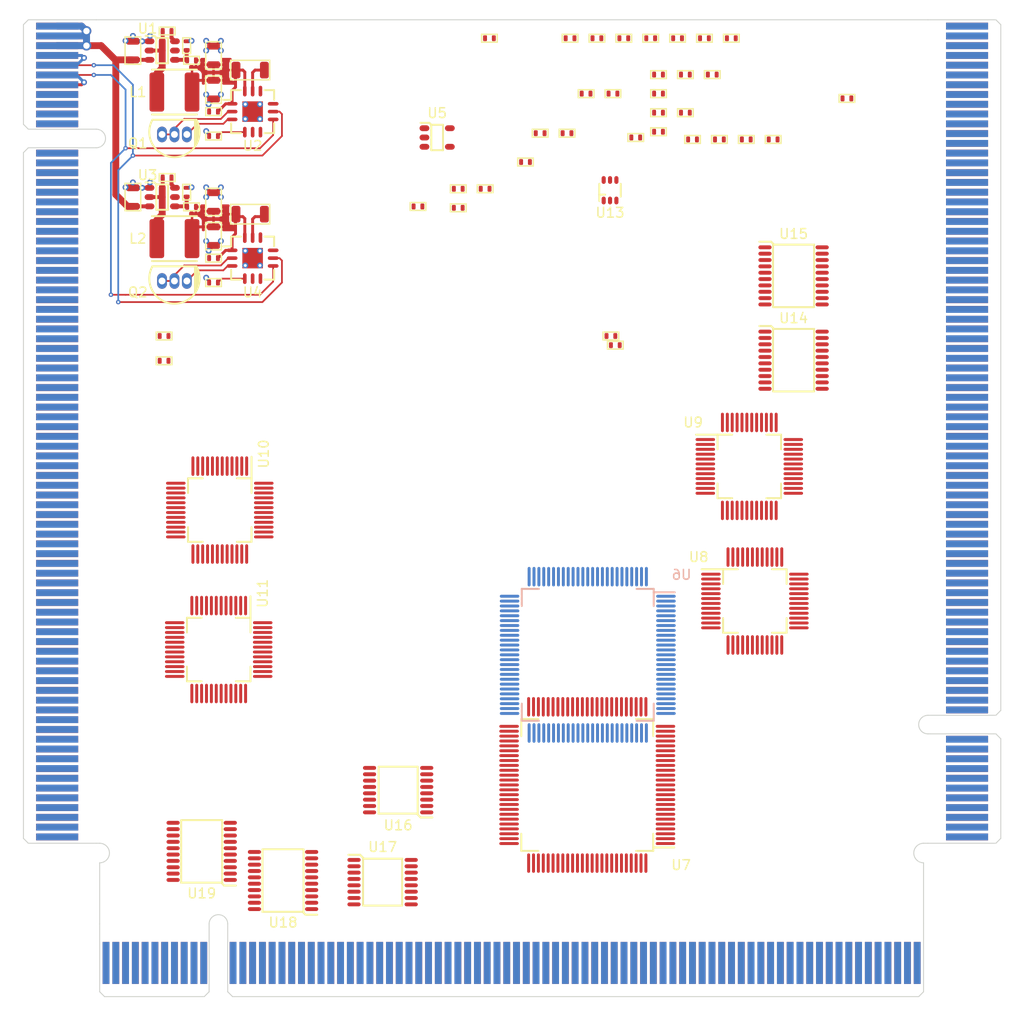
<source format=kicad_pcb>
(kicad_pcb (version 20211014) (generator pcbnew)
  (layers (0 "F.Cu" signal) (1 "In1.Cu" signal) (2 "In2.Cu" signal) (31 "B.Cu" signal) (34 "B.Paste" user) (35 "F.Paste" user) (36 "B.SilkS" user "B.Silkscreen") (37 "F.SilkS" user "F.Silkscreen") (38 "B.Mask" user) (39 "F.Mask" user) (44 "Edge.Cuts" user))
  (net 0 "")
  (net 1 "+12V")
  (net 2 "Net-(C2-Pad1)")
  (net 3 "/SW3v3")
  (net 4 "GND")
  (net 5 "/3v3")
  (net 6 "Net-(C7-Pad1)")
  (net 7 "/SW5v0")
  (net 32 "/5v0")
  (net 33 "/~{RESET}od")
  (net 34 "/SCL")
  (net 35 "/SDA")
  (net 36 "Net-(Q1-Pad1)")
  (net 96 "/S_ASN4_{0}")
  (net 97 "/S_ASN4_{1}")
  (net 98 "/S_ASN4_{2}")
  (net 310 "Net-(Q1-Pad2)")
  (net 311 "Net-(Q2-Pad1)")
  (net 312 "Net-(Q2-Pad2)")
  (net 313 "Net-(R1-Pad2)")
  (net 314 "Net-(R3-Pad1)")
  (net 315 "VCC")
  (net 316 "Net-(R5-Pad2)")
  (net 317 "Net-(R7-Pad1)")
  (net 318 "+5V")
  (net 329 "Net-(C12-Pad1)")
  (net 330 "+1V8")
  (net 331 "Net-(R9-Pad1)")
  (net 332 "Net-(R10-Pad1)")
  (net 333 "Net-(R11-Pad1)")
  (net 334 "Net-(R12-Pad1)")
  (net 338 "/S_SR2_{8}")
  (net 339 "/S_SR2_{9}")
  (net 340 "/S_SR2_{10}")
  (net 341 "/S_SR2_{11}")
  (net 342 "/S_SR2_{12}")
  (net 343 "/S_SR2_{13}")
  (net 344 "/S_SR2_{14}")
  (net 345 "/S_SR2_{15}")
  (net 346 "/T_SR2_{0}")
  (net 347 "/T_SR2_{1}")
  (net 348 "/T_SR2_{2}")
  (net 349 "/T_SR2_{3}")
  (net 350 "/T_SR2_{4}")
  (net 351 "/T_SR2_{5}")
  (net 352 "/T_SR2_{6}")
  (net 353 "/T_SR2_{8}")
  (net 354 "/T_SR2_{9}")
  (net 357 "/T_SR2_{7}")
  (net 358 "/T_SR2_{10}")
  (net 359 "/T_SR2_{11}")
  (net 360 "/T_SR2_{12}")
  (net 361 "/T_SR2_{13}")
  (net 362 "/T_SR2_{14}")
  (net 363 "/T_SR2_{15}")
  (net 364 "/T_~{SR2_WE}")
  (net 365 "/SLEEPING")
  (net 367 "/T_RSN_{5}")
  (net 368 "/T_RSN_{4}")
  (net 369 "/T_RSN_{3}")
  (net 370 "/T_RSN_{2}")
  (net 375 "/T_RSN_{1}")
  (net 376 "/T_RSN_{0}")
  (net 377 "/T_SR2_WI_{2}")
  (net 378 "/T_SR2_WI_{1}")
  (net 379 "/T_SR2_WI_{0}")
  (net 384 "/S_SR2_RI_{0}")
  (net 385 "/S_SR2_RI_{1}")
  (net 386 "/S_SR2_RI_{2}")
  (net 387 "/S_RSN_{0}")
  (net 388 "/S_RSN_{1}")
  (net 389 "/S_RSN_{2}")
  (net 394 "/S_RSN_{3}")
  (net 395 "/S_RSN_{4}")
  (net 396 "/S_RSN_{5}")
  (net 398 "/S_SR2_{0}")
  (net 399 "/S_SR2_{1}")
  (net 400 "/S_SR2_{2}")
  (net 401 "/S_SR2_{3}")
  (net 402 "/S_SR2_{4}")
  (net 403 "/S_SR2_{5}")
  (net 404 "/S_SR2_{6}")
  (net 405 "/S_SR2_{7}")
  (net 408 "/S_BASE_{8}")
  (net 409 "/S_BASE_{9}")
  (net 410 "/S_BASE_{10}")
  (net 411 "/S_BASE_{11}")
  (net 412 "/S_BASE_{12}")
  (net 413 "/S_BASE_{13}")
  (net 414 "/S_BASE_{14}")
  (net 415 "/S_BASE_{15}")
  (net 427 "/S_BASE_RI_{0}")
  (net 428 "/S_BASE_RI_{1}")
  (net 429 "/S_BASE_RI_{2}")
  (net 435 "/S_BASE_RI_{3}")
  (net 436 "/S_BASE_{0}")
  (net 437 "/S_BASE_{1}")
  (net 438 "/S_BASE_{2}")
  (net 439 "/S_BASE_{3}")
  (net 440 "/S_BASE_{4}")
  (net 441 "/S_BASE_{5}")
  (net 442 "/S_BASE_{6}")
  (net 443 "/S_BASE_{7}")
  (net 445 "/S_ASN4_{3}")
  (net 446 "/T_~{SR2_WE_NOCLK}")
  (net 447 "/S_JL_SRC_{0}")
  (net 448 "/TCK")
  (net 449 "/S_JL_SRC_{1}")
  (net 450 "/S_K_SRC_{0}")
  (net 451 "/S_K_SRC_{1}")
  (net 452 "/S_K_SRC_{2}")
  (net 455 "/S_J_{0}")
  (net 456 "/S_J_{1}")
  (net 457 "/S_J_{2}")
  (net 458 "/S_J_{3}")
  (net 459 "/S_J_{4}")
  (net 460 "/TMS")
  (net 461 "/S_J_{5}")
  (net 462 "/S_J_{6}")
  (net 463 "/S_J_{7}")
  (net 464 "/S_K_{0}")
  (net 465 "/S_K_{1}")
  (net 466 "/S_K_{2}")
  (net 467 "/S_K_{3}")
  (net 469 "/S_K_{4}")
  (net 470 "/S_K_{5}")
  (net 471 "/S_K_{6}")
  (net 472 "/S_K_{7}")
  (net 473 "/S_~{JL_SX}")
  (net 474 "/S_JH_SRC_{0}")
  (net 475 "/S_JH_SRC_{1}")
  (net 477 "/S_JH_SRC_{2}")
  (net 479 "Net-(U13-Pad4)")
  (net 480 "Net-(U13-Pad6)")
  (net 481 "/S_J_{8}")
  (net 482 "/S_J_{9}")
  (net 483 "/S_J_{10}")
  (net 484 "/S_J_{11}")
  (net 485 "/S_J_{12}")
  (net 486 "/S_J_{13}")
  (net 487 "/S_J_{14}")
  (net 488 "/S_J_{15}")
  (net 489 "/S_K_{8}")
  (net 490 "/S_K_{9}")
  (net 491 "/S_K_{10}")
  (net 492 "/S_K_{11}")
  (net 494 "/S_K_{12}")
  (net 495 "/S_K_{13}")
  (net 496 "/S_K_{14}")
  (net 497 "/S_K_{15}")
  (net 500 "/T_SR2_WSRC_{0}")
  (net 501 "/T_L_{0}")
  (net 502 "/T_L_{1}")
  (net 503 "/T_L_{2}")
  (net 504 "/T_L_{3}")
  (net 505 "/T_L_{4}")
  (net 506 "/T_L_{5}")
  (net 507 "/T_L_{6}")
  (net 508 "/T_L_{7}")
  (net 509 "/T_PN_{0}")
  (net 510 "/T_PN_{1}")
  (net 511 "/T_PN_{2}")
  (net 512 "/T_PN_{3}")
  (net 514 "/T_PN_{4}")
  (net 515 "/T_PN_{5}")
  (net 516 "/T_PN_{6}")
  (net 517 "/T_PN_{7}")
  (net 518 "/T_SR2_WSRC_{1}")
  (net 521 "/T_L_{8}")
  (net 522 "/T_L_{9}")
  (net 523 "/T_L_{10}")
  (net 524 "/T_L_{11}")
  (net 525 "/T_L_{12}")
  (net 526 "/T_L_{13}")
  (net 527 "/T_L_{14}")
  (net 528 "/T_L_{15}")
  (net 529 "/T_PN_{8}")
  (net 530 "/T_PN_{9}")
  (net 531 "/T_PN_{10}")
  (net 532 "/T_PN_{11}")
  (net 534 "/T_PN_{12}")
  (net 535 "/T_PN_{13}")
  (net 536 "/T_PN_{14}")
  (net 537 "/T_PN_{15}")
  (net 538 "/~{RESET}")
  (net 539 "/T_~{INHIBIT_W}")
  (net 540 "/WCLK")
  (net 541 "/RCLK")
  (net 542 "/S_J_{23}")
  (net 543 "/S_J_{22}")
  (net 544 "/S_J_{21}")
  (net 545 "/S_J_{20}")
  (net 546 "/S_J_{19}")
  (net 547 "/S_J_{18}")
  (net 548 "/S_J_{17}")
  (net 549 "/S_J_{16}")
  (net 550 "/S_J_{31}")
  (net 551 "/S_J_{30}")
  (net 552 "/S_J_{29}")
  (net 553 "/S_J_{28}")
  (net 554 "/S_J_{27}")
  (net 555 "/S_J_{26}")
  (net 556 "/S_J_{25}")
  (net 557 "/S_J_{24}")
  (net 593 "Net-(U16-Pad13)")
  (net 596 "/T_ASN4_{0}")
  (net 597 "/N_ASN4_{0}")
  (net 598 "/T_ASN4_{1}")
  (net 599 "/N_ASN4_{1}")
  (net 600 "/N_ASN4_{2}")
  (net 601 "/T_ASN4_{2}")
  (net 602 "/N_ASN4_{3}")
  (net 603 "/T_ASN4_{3}")
  (net 604 "/C_ASN4_{3}")
  (net 605 "/C_ASN4_{2}")
  (net 606 "/C_ASN4_{1}")
  (net 607 "/C_ASN4_{0}")
  (footprint "footprints:C_0402" (layer "F.Cu") (at 84.76 25.6)
    (fp_text reference "C36")
    (fp_text value "100n")
  )
  (footprint "footprints:U_QFP-100_14x14_P0.5" (layer "F.Cu") (at 71.24 91.68 180)
    (fp_text reference "U7")
    (fp_text value "CY7C0241-15AC")
  )
  (footprint "footprints:C_0402" (layer "F.Cu") (at 85.98 15.24)
    (fp_text reference "C26")
    (fp_text value "100n")
  )
  (footprint "footprints:U_TSSOP-20_4.4x6.5_P0.65" (layer "F.Cu") (at 31.79 98.48 90)
    (fp_text reference "U19")
    (fp_text value "74x574")
  )
  (footprint "footprints:U_QFN-12_4x4_P0.8_EP2.1x2.1" (layer "F.Cu") (at 37 37.75)
    (fp_text reference "U4")
    (fp_text value "EMC1702")
  )
  (footprint "footprints:C_0402" (layer "F.Cu") (at 74.98 15.24)
    (fp_text reference "C29")
    (fp_text value "100n")
  )
  (footprint "footprints:C_0402" (layer "F.Cu") (at 76.2 25.4)
    (fp_text reference "C18")
    (fp_text value "100n")
  )
  (footprint "footprints:R_0402" (layer "F.Cu") (at 74.11 46.66)
    (fp_text reference "R9")
    (fp_text value "1k")
  )
  (footprint "footprints:C_0402" (layer "F.Cu") (at 90.26 25.6)
    (fp_text reference "C34")
    (fp_text value "100n")
  )
  (footprint "footprints:U_QFP-48_7x7_P0.5" (layer "F.Cu") (at 33.64 63.54 -90)
    (fp_text reference "U10")
    (fp_text value "LC4032x-T48")
  )
  (footprint "footprints:U_TSSOP-20_4.4x6.5_P0.65" (layer "F.Cu") (at 92.35 48.19875 -90)
    (fp_text reference "U14")
    (fp_text value "74x541")
  )
  (footprint "footprints:R_1206" (layer "F.Cu") (at 36.75 33.25 180)
    (fp_text reference "R8")
    (fp_text value "15m")
  )
  (footprint "footprints:C_0805" (layer "F.Cu") (at 33 35.5 -90)
    (fp_text reference "C9")
    (fp_text value "22u")
  )
  (footprint "footprints:R_0402" (layer "F.Cu") (at 27.94 48.26)
    (fp_text reference "R11")
    (fp_text value "1k")
  )
  (footprint "footprints:C_0402" (layer "F.Cu") (at 73.87 20.91)
    (fp_text reference "C22")
    (fp_text value "100n")
  )
  (footprint "footprints:C_0402" (layer "F.Cu") (at 83.23 15.24)
    (fp_text reference "C12")
    (fp_text value "1u")
  )
  (footprint "footprints:C_0402" (layer "F.Cu") (at 61.23 15.24)
    (fp_text reference "C14")
    (fp_text value "100n")
  )
  (footprint "footprints:L_taiyo_yuden_nrs5040" (layer "F.Cu") (at 29 35.75 180)
    (fp_text reference "L2")
    (fp_text value "3.3u")
  )
  (footprint "footprints:R_0402" (layer "F.Cu") (at 33 25.25 180)
    (fp_text reference "R3")
    (fp_text value "LIST")
  )
  (footprint "footprints:U_TO92-3" (layer "F.Cu") (at 29 40.088223 180)
    (fp_text reference "Q2")
    (fp_text value "2N3904")
  )
  (footprint "footprints:C_0805" (layer "F.Cu") (at 33 17 90)
    (fp_text reference "C4")
    (fp_text value "22u")
  )
  (footprint "footprints:R_0402" (layer "F.Cu") (at 33 40.25 180)
    (fp_text reference "R7")
    (fp_text value "LIST")
  )
  (footprint "footprints:R_0402" (layer "F.Cu") (at 27.94 45.72)
    (fp_text reference "R12")
    (fp_text value "1k")
  )
  (footprint "footprints:U_QFP-48_7x7_P0.5" (layer "F.Cu") (at 33.53 77.82 -90)
    (fp_text reference "U11")
    (fp_text value "LC4032x-T48")
  )
  (footprint "footprints:C_0402" (layer "F.Cu") (at 81.28 22.86)
    (fp_text reference "C21")
    (fp_text value "100n")
  )
  (footprint "footprints:C_0402" (layer "F.Cu") (at 77.73 15.24)
    (fp_text reference "C20")
    (fp_text value "100n")
  )
  (footprint "footprints:C_0805" (layer "F.Cu") (at 24.75 31.5 90)
    (fp_text reference "C6")
    (fp_text value "10u")
  )
  (footprint "footprints:C_0402" (layer "F.Cu") (at 66.42 24.96)
    (fp_text reference "C16")
    (fp_text value "100n")
  )
  (footprint "footprints:U_TSSOP-20_4.4x6.5_P0.65" (layer "F.Cu") (at 40.1125 101.465 90)
    (fp_text reference "U18")
    (fp_text value "74x574")
  )
  (footprint "footprints:C_0402" (layer "F.Cu") (at 81.28 18.96)
    (fp_text reference "C31")
    (fp_text value "100n")
  )
  (footprint "footprints:R_0402" (layer "F.Cu") (at 30.75 17.5 180)
    (fp_text reference "R1")
    (fp_text value "33k2 1%")
  )
  (footprint "footprints:C_0402" (layer "F.Cu") (at 80.48 15.24)
    (fp_text reference "C19")
    (fp_text value "100n")
  )
  (footprint "footprints:U_QFN-12_4x4_P0.8_EP2.1x2.1" (layer "F.Cu") (at 37 22.75)
    (fp_text reference "U2")
    (fp_text value "EMC1702")
  )
  (footprint "footprints:C_0402" (layer "F.Cu") (at 71.12 20.91)
    (fp_text reference "C13")
    (fp_text value "100n")
  )
  (footprint "footprints:C_0402" (layer "F.Cu") (at 28.25 14.5 180)
    (fp_text reference "C2")
    (fp_text value "100n")
  )
  (footprint "footprints:C_0402" (layer "F.Cu") (at 69.48 15.24)
    (fp_text reference "C25")
    (fp_text value "100n")
  )
  (footprint "footprints:C_0402" (layer "F.Cu") (at 58.04 30.65)
    (fp_text reference "C37")
    (fp_text value "100n")
  )
  (footprint "footprints:CardEdge_PCIe_x16" (layer "F.Cu") (at 113.55 97.65 90)
    (fp_text reference "J3")
    (fp_text value "2M11_2M71")
    (fp_line (start 0 -0.5) (end 0.5 0) (layer "Edge.Cuts") (width 0.1))
    (fp_line (start 11.2 -0.5) (end 10.7 0) (layer "Edge.Cuts") (width 0.1))
    (fp_line (start 0.5 0) (end 10.7 0) (layer "Edge.Cuts") (width 0.1))
    (fp_line (start 13.6 0) (end 83.8 0) (layer "Edge.Cuts") (width 0.1))
    (fp_line (start 11.2 -7.45) (end 11.2 -0.5) (layer "Edge.Cuts") (width 0.1))
    (fp_line (start 84.3 -7.45) (end 84.3 -0.5) (layer "Edge.Cuts") (width 0.1))
    (fp_line (start 13.1 -7.45) (end 13.1 -0.5) (layer "Edge.Cuts") (width 0.1))
    (fp_line (start 84.3 -0.5) (end 83.8 0) (layer "Edge.Cuts") (width 0.1))
    (fp_line (start 13.1 -0.5) (end 13.6 0) (layer "Edge.Cuts") (width 0.1))
    (fp_line (start 0 -7.45) (end 0 -0.5) (layer "Edge.Cuts") (width 0.1))
    (fp_arc (start 11.2 -7.45) (mid 12.15 -8.4) (end 13.1 -7.45) (layer "Edge.Cuts") (width 0.1))
  )
  (footprint "footprints:CardEdge_PCIe_x16" (layer "F.Cu") (at 21.35 113.35)
    (fp_text reference "J2")
    (fp_text value "2M11_2M71")
    (fp_line (start 84.3 -7.45) (end 84.3 -0.5) (layer "Edge.Cuts") (width 0.1))
    (fp_line (start 13.1 -0.5) (end 13.6 0) (layer "Edge.Cuts") (width 0.1))
    (fp_line (start 0 -0.5) (end 0.5 0) (layer "Edge.Cuts") (width 0.1))
    (fp_line (start 13.6 0) (end 83.8 0) (layer "Edge.Cuts") (width 0.1))
    (fp_line (start 13.1 -7.45) (end 13.1 -0.5) (layer "Edge.Cuts") (width 0.1))
    (fp_line (start 0 -7.45) (end 0 -0.5) (layer "Edge.Cuts") (width 0.1))
    (fp_line (start 11.2 -0.5) (end 10.7 0) (layer "Edge.Cuts") (width 0.1))
    (fp_line (start 84.3 -0.5) (end 83.8 0) (layer "Edge.Cuts") (width 0.1))
    (fp_line (start 0.5 0) (end 10.7 0) (layer "Edge.Cuts") (width 0.1))
    (fp_line (start 11.2 -7.45) (end 11.2 -0.5) (layer "Edge.Cuts") (width 0.1))
    (fp_arc (start 11.2 -7.45) (mid 12.15 -8.4) (end 13.1 -7.45) (layer "Edge.Cuts") (width 0.1))
  )
  (footprint "footprints:CardEdge_PCIe_x16" (layer "F.Cu") (at 13.55 13.35 -90)
    (fp_text reference "J1")
    (fp_text value "2M11_2M71")
    (fp_line (start 13.1 -0.5) (end 13.6 0) (layer "Edge.Cuts") (width 0.1))
    (fp_line (start 11.2 -0.5) (end 10.7 0) (layer "Edge.Cuts") (width 0.1))
    (fp_line (start 84.3 -7.45) (end 84.3 -0.5) (layer "Edge.Cuts") (width 0.1))
    (fp_line (start 0 -7.45) (end 0 -0.5) (layer "Edge.Cuts") (width 0.1))
    (fp_line (start 0 -0.5) (end 0.5 0) (layer "Edge.Cuts") (width 0.1))
    (fp_line (start 13.1 -7.45) (end 13.1 -0.5) (layer "Edge.Cuts") (width 0.1))
    (fp_line (start 13.6 0) (end 83.8 0) (layer "Edge.Cuts") (width 0.1))
    (fp_line (start 11.2 -7.45) (end 11.2 -0.5) (layer "Edge.Cuts") (width 0.1))
    (fp_line (start 0.5 0) (end 10.7 0) (layer "Edge.Cuts") (width 0.1))
    (fp_line (start 84.3 -0.5) (end 83.8 0) (layer "Edge.Cuts") (width 0.1))
    (fp_arc (start 11.2 -7.45) (mid 12.15 -8.4) (end 13.1 -7.45) (layer "Edge.Cuts") (width 0.1))
  )
  (footprint "footprints:C_0402" (layer "F.Cu") (at 58.04 32.6)
    (fp_text reference "C38")
    (fp_text value "100n")
  )
  (footprint "footprints:C_0805" (layer "F.Cu") (at 33 20.5 -90)
    (fp_text reference "C3")
    (fp_text value "22u")
  )
  (footprint "footprints:U_QFP-48_7x7_P0.5" (layer "F.Cu") (at 87.82 59.07)
    (fp_text reference "U9")
    (fp_text value "LC4032x-T48")
  )
  (footprint "footprints:U_SOT23-6" (layer "F.Cu") (at 27.75 31.5)
    (fp_text reference "U3")
    (fp_text value "AP62300TWU-7")
  )
  (footprint "footprints:U_TSSOP-16_4.4x5_P0.65" (layer "F.Cu") (at 50.3 101.63 -90)
    (fp_text reference "U17")
    (fp_text value "74x157")
  )
  (footprint "footprints:C_0402" (layer "F.Cu") (at 78.53 20.91)
    (fp_text reference "C24")
    (fp_text value "100n")
  )
  (footprint "footprints:R_0402" (layer "F.Cu") (at 73.66 45.72)
    (fp_text reference "R10")
    (fp_text value "1k")
  )
  (footprint "footprints:R_0402" (layer "F.Cu") (at 30.25 16 90)
    (fp_text reference "R2")
    (fp_text value "10k 1%")
  )
  (footprint "footprints:L_taiyo_yuden_nrs5040" (layer "F.Cu") (at 29 20.75 180)
    (fp_text reference "L1")
    (fp_text value "3.3u")
  )
  (footprint "footprints:C_0402" (layer "F.Cu") (at 78.53 24.81)
    (fp_text reference "C15")
    (fp_text value "100n")
  )
  (footprint "footprints:U_QFP-48_7x7_P0.5" (layer "F.Cu") (at 88.39 72.85)
    (fp_text reference "U8")
    (fp_text value "LC4032x-T48")
  )
  (footprint "footprints:C_0402" (layer "F.Cu") (at 33 22.75 180)
    (fp_text reference "C5")
    (fp_text value "100n")
  )
  (footprint "footprints:U_SOT23-6" (layer "F.Cu") (at 27.75 16.5)
    (fp_text reference "U1")
    (fp_text value "AP62300TWU-7")
  )
  (footprint "footprints:U_SOT363_1.25x2.1_P0.65" (layer "F.Cu") (at 73.57 30.8)
    (fp_text reference "U13")
    (fp_text value "74x2G34")
  )
  (footprint "footprints:C_0402" (layer "F.Cu") (at 84.03 18.96)
    (fp_text reference "C23")
    (fp_text value "100n")
  )
  (footprint "footprints:U_TSSOP-16_4.4x5_P0.65" (layer "F.Cu") (at 51.89 92.21125 90)
    (fp_text reference "U16")
    (fp_text value "74x138")
  )
  (footprint "footprints:R_0402" (layer "F.Cu") (at 30.75 32.5 180)
    (fp_text reference "R5")
    (fp_text value "56k2 1%")
  )
  (footprint "footprints:U_SOT23-5" (layer "F.Cu") (at 55.88 25.4)
    (fp_text reference "U5")
    (fp_text value "MIC5504-1.8YM5")
  )
  (footprint "footprints:C_0402" (layer "F.Cu") (at 33 37.75 180)
    (fp_text reference "C10")
    (fp_text value "100n")
  )
  (footprint "footprints:C_0402" (layer "F.Cu") (at 72.23 15.24)
    (fp_text reference "C27")
    (fp_text value "100n")
  )
  (footprint "footprints:C_0402" (layer "F.Cu") (at 64.92 27.91)
    (fp_text reference "C30")
    (fp_text value "100n")
  )
  (footprint "footprints:C_0402" (layer "F.Cu") (at 78.53 22.86)
    (fp_text reference "C28")
    (fp_text value "100n")
  )
  (footprint "footprints:C_0402" (layer "F.Cu") (at 60.79 30.65)
    (fp_text reference "C39")
    (fp_text value "100n")
  )
  (footprint "footprints:C_0402" (layer "F.Cu") (at 28.25 29.5 180)
    (fp_text reference "C7")
    (fp_text value "100n")
  )
  (footprint "footprints:C_0402" (layer "F.Cu") (at 82.01 25.6)
    (fp_text reference "C33")
    (fp_text value "100n")
  )
  (footprint "footprints:R_0402" (layer "F.Cu") (at 30.25 31 90)
    (fp_text reference "R6")
    (fp_text value "10k 1%")
  )
  (footprint "footprints:C_0805" (layer "F.Cu") (at 24.75 16.5 90)
    (fp_text reference "C1")
    (fp_text value "10u")
  )
  (footprint "footprints:C_0402" (layer "F.Cu") (at 53.92 32.46)
    (fp_text reference "C40")
    (fp_text value "100n")
  )
  (footprint "footprints:C_0402" (layer "F.Cu") (at 87.51 25.6)
    (fp_text reference "C35")
    (fp_text value "100n")
  )
  (footprint "footprints:C_0402" (layer "F.Cu") (at 97.81 21.4)
    (fp_text reference "C32")
    (fp_text value "100n")
  )
  (footprint "footprints:U_TO92-3" (layer "F.Cu") (at 29 25.088223 180)
    (fp_text reference "Q1")
    (fp_text value "2N3904")
  )
  (footprint "footprints:C_0805" (layer "F.Cu") (at 33 32 90)
    (fp_text reference "C8")
    (fp_text value "22u")
  )
  (footprint "footprints:R_1206" (layer "F.Cu") (at 36.75 18.5 180)
    (fp_text reference "R4")
    (fp_text value "15m")
  )
  (footprint "footprints:U_TSSOP-20_4.4x6.5_P0.65" (layer "F.Cu") (at 92.35 39.56875 -90)
    (fp_text reference "U15")
    (fp_text value "74x541")
  )
  (footprint "footprints:C_0402" (layer "F.Cu") (at 69.17 24.96)
    (fp_text reference "C11")
    (fp_text value "1u")
  )
  (footprint "footprints:C_0402" (layer "F.Cu") (at 78.53 18.96)
    (fp_text reference "C17")
    (fp_text value "100n")
  )
  (footprint "footprints:U_QFP-100_14x14_P0.5" (layer "B.Cu") (at 71.29 78.36 180)
    (fp_text reference "U6")
    (fp_text value "CY7C0241-15AC")
  )
  (gr_line (start 21 97.65) (end 21.35 97.65) (layer "Edge.Cuts") (width 0.1))
  (gr_line (start 106.1 13.35) (end 21 13.35) (layer "Edge.Cuts") (width 0.1))
  (gr_line (start 105.65 105.9) (end 105.65 99.65) (layer "Edge.Cuts") (width 0.1))
  (gr_line (start 21.35 105.9) (end 21.35 99.65) (layer "Edge.Cuts") (width 0.1))
  (gr_line (start 105.65 97.65) (end 106.1 97.65) (layer "Edge.Cuts") (width 0.1))
  (gr_arc (start 105.65 99.65) (mid 104.65 98.65) (end 105.65 97.65) (layer "Edge.Cuts") (width 0.1))
  (gr_arc (start 21.35 97.65) (mid 22.35 98.65) (end 21.35 99.65) (layer "Edge.Cuts") (width 0.1))
  (segment (start 20 15) (end 20 16) (width 0.7) (layer "F.Cu") (net 1))
  (segment (start 23 31.25) (end 24.2 32.45) (width 0.7) (layer "F.Cu") (net 1))
  (segment (start 19.5 14) (end 17 14) (width 0.7) (layer "F.Cu") (net 1))
  (segment (start 17 15) (end 20 15) (width 0.7) (layer "F.Cu") (net 1))
  (segment (start 20 16) (end 21.5 16) (width 0.7) (layer "F.Cu") (net 1))
  (segment (start 26.45 32.45) (end 24.75 32.45) (width 0.4) (layer "F.Cu") (net 1))
  (segment (start 26.45 17.45) (end 24.75 17.45) (width 0.4) (layer "F.Cu") (net 1))
  (segment (start 20 14.5) (end 19.5 14) (width 0.7) (layer "F.Cu") (net 1))
  (segment (start 21.5 16) (end 22.95 17.45) (width 0.7) (layer "F.Cu") (net 1))
  (segment (start 21.5 16) (end 23 17.5) (width 0.7) (layer "F.Cu") (net 1))
  (segment (start 22.95 17.45) (end 24.75 17.45) (width 0.7) (layer "F.Cu") (net 1))
  (segment (start 23 17.5) (end 23 31.25) (width 0.7) (layer "F.Cu") (net 1))
  (segment (start 24.2 32.45) (end 24.75 32.45) (width 0.7) (layer "F.Cu") (net 1))
  (segment (start 20 16) (end 17 16) (width 0.7) (layer "F.Cu") (net 1))
  (segment (start 20 16) (end 20 14.5) (width 0.7) (layer "F.Cu") (net 1))
  (via (at 20 16) (size 1) (drill 0.65) (layers "F.Cu" "B.Cu") (net 1))
  (via (at 20 14.5) (size 1) (drill 0.65) (layers "F.Cu" "B.Cu") (net 1))
  (segment (start 19.5 14) (end 17 14) (width 0.7) (layer "B.Cu") (net 1))
  (segment (start 20 14.5) (end 19.5 14) (width 0.7) (layer "B.Cu") (net 1))
  (segment (start 20 16) (end 20 15) (width 0.7) (layer "B.Cu") (net 1))
  (segment (start 20 16) (end 20 14.5) (width 0.7) (layer "B.Cu") (net 1))
  (segment (start 20 15) (end 17 15) (width 0.7) (layer "B.Cu") (net 1))
  (segment (start 20 16) (end 17 16) (width 0.7) (layer "B.Cu") (net 1))
  (segment (start 28.7 15.2) (end 29.05 15.55) (width 0.4) (layer "F.Cu") (net 2))
  (segment (start 28.7 14.5) (end 28.7 15.2) (width 0.4) (layer "F.Cu") (net 2))
  (segment (start 27.8 15.45) (end 27.75 15.5) (width 0.4) (layer "F.Cu") (net 3))
  (segment (start 26.45 16.5) (end 27.75 16.5) (width 0.4) (layer "F.Cu") (net 3))
  (segment (start 27.75 15.5) (end 27.75 16.5) (width 0.7) (layer "F.Cu") (net 3))
  (segment (start 27.75 16.5) (end 27.75 18.3) (width 0.7) (layer "F.Cu") (net 3))
  (segment (start 27.2 18.85) (end 27.2 20.75) (width 0.7) (layer "F.Cu") (net 3))
  (segment (start 27.75 18.3) (end 27.2 18.85) (width 0.7) (layer "F.Cu") (net 3))
  (segment (start 27.8 14.5) (end 27.8 15.45) (width 0.4) (layer "F.Cu") (net 3))
  (segment (start 32.55 37.05) (end 32.5 37) (width 0.3) (layer "F.Cu") (net 4))
  (segment (start 33.3 31.05) (end 33.75 31.5) (width 0.3) (layer "F.Cu") (net 4))
  (segment (start 25.7 15.55) (end 24.75 15.55) (width 0.4) (layer "F.Cu") (net 4))
  (segment (start 37 37.75) (end 37.75 37) (width 0.3) (layer "F.Cu") (net 4))
  (segment (start 33 21.45) (end 33 21.5) (width 0.3) (layer "F.Cu") (net 4))
  (segment (start 33 36.45) (end 33 36.5) (width 0.3) (layer "F.Cu") (net 4))
  (segment (start 33 16.05) (end 32.8 16.05) (width 0.3) (layer "F.Cu") (net 4))
  (segment (start 33 16.05) (end 32.7 16.05) (width 0.3) (layer "F.Cu") (net 4))
  (segment (start 32.7 36.45) (end 32.25 36) (width 0.3) (layer "F.Cu") (net 4))
  (segment (start 30.7 15.55) (end 30.75 15.5) (width 0.3) (layer "F.Cu") (net 4))
  (segment (start 32.55 22.05) (end 32.5 22) (width 0.3) (layer "F.Cu") (net 4))
  (segment (start 26.45 15.55) (end 26.45 15.05) (width 0.4) (layer "F.Cu") (net 4))
  (segment (start 37 37.75) (end 36.25 38.5) (width 0.3) (layer "F.Cu") (net 4))
  (segment (start 33 36.45) (end 32.7 36.45) (width 0.3) (layer "F.Cu") (net 4))
  (segment (start 32.8 31.05) (end 32.25 30.5) (width 0.3) (layer "F.Cu") (net 4))
  (segment (start 32.7 21.45) (end 32.25 21) (width 0.3) (layer "F.Cu") (net 4))
  (segment (start 32.7 16.05) (end 32.25 16.5) (width 0.3) (layer "F.Cu") (net 4))
  (segment (start 26.45 30.55) (end 26.45 30.05) (width 0.4) (layer "F.Cu") (net 4))
  (segment (start 24.75 15.55) (end 24.05 15.55) (width 0.4) (layer "F.Cu") (net 4))
  (segment (start 26.45 15.55) (end 25.7 15.55) (width 0.4) (layer "F.Cu") (net 4))
  (segment (start 33 21.45) (end 32.7 21.45) (width 0.3) (layer "F.Cu") (net 4))
  (segment (start 37 22.75) (end 36.25 22) (width 0.3) (layer "F.Cu") (net 4))
  (segment (start 30.25 30.55) (end 30.7 30.55) (width 0.3) (layer "F.Cu") (net 4))
  (segment (start 30.25 15.55) (end 30.7 15.55) (width 0.3) (layer "F.Cu") (net 4))
  (segment (start 32.8 16.05) (end 32.25 15.5) (width 0.3) (layer "F.Cu") (net 4))
  (segment (start 26.45 30.05) (end 26.5 30) (width 0.4) (layer "F.Cu") (net 4))
  (segment (start 32.55 25.05) (end 32.25 24.75) (width 0.3) (layer "F.Cu") (net 4))
  (segment (start 32.55 22.75) (end 32.55 22.05) (width 0.3) (layer "F.Cu") (net 4))
  (segment (start 33 31.05) (end 32.8 31.05) (width 0.3) (layer "F.Cu") (net 4))
  (segment (start 33 36.5) (end 32.5 37) (width 0.3) (layer "F.Cu") (net 4))
  (segment (start 33 31.05) (end 32.7 31.05) (width 0.3) (layer "F.Cu") (net 4))
  (segment (start 33 21.5) (end 32.5 22) (width 0.3) (layer "F.Cu") (net 4))
  (segment (start 32.7 31.05) (end 32.25 31.5) (width 0.3) (layer "F.Cu") (net 4))
  (segment (start 24.75 30.55) (end 24.05 30.55) (width 0.4) (layer "F.Cu") (net 4))
  (segment (start 33 36.45) (end 33.3 36.45) (width 0.3) (layer "F.Cu") (net 4))
  (segment (start 33.2 31.05) (end 33.75 30.5) (width 0.3) (layer "F.Cu") (net 4))
  (segment (start 33.3 36.45) (end 33.75 36) (width 0.3) (layer "F.Cu") (net 4))
  (segment (start 32.55 40.05) (end 32.25 39.75) (width 0.3) (layer "F.Cu") (net 4))
  (segment (start 37 37.75) (end 37.75 38.5) (width 0.3) (layer "F.Cu") (net 4))
  (segment (start 17 17) (end 19.5 17) (width 0.3) (layer "F.Cu") (net 4))
  (segment (start 33 21.45) (end 33.3 21.45) (width 0.3) (layer "F.Cu") (net 4))
  (segment (start 32.55 25.25) (end 32.55 25.05) (width 0.3) (layer "F.Cu") (net 4))
  (segment (start 33 31.05) (end 33.2 31.05) (width 0.3) (layer "F.Cu") (net 4))
  (segment (start 33.3 16.05) (end 33.75 16.5) (width 0.3) (layer "F.Cu") (net 4))
  (segment (start 33 16.05) (end 33.2 16.05) (width 0.3) (layer "F.Cu") (net 4))
  (segment (start 26.45 30.55) (end 25.7 30.55) (width 0.4) (layer "F.Cu") (net 4))
  (segment (start 30.7 30.55) (end 30.75 30.5) (width 0.3) (layer "F.Cu") (net 4))
  (segment (start 33.3 21.45) (end 33.75 21) (width 0.3) (layer "F.Cu") (net 4))
  (segment (start 24.75 15.55) (end 24.75 15) (width 0.4) (layer "F.Cu") (net 4))
  (segment (start 19.75 19.75) (end 19.5 20) (width 0.3) (layer "F.Cu") (net 4))
  (segment (start 32.55 37.75) (end 32.55 37.05) (width 0.3) (layer "F.Cu") (net 4))
  (segment (start 37 22.75) (end 37.75 22) (width 0.3) (layer "F.Cu") (net 4))
  (segment (start 37 22.75) (end 36.25 23.5) (width 0.3) (layer "F.Cu") (net 4))
  (segment (start 24.05 15.55) (end 24 15.5) (width 0.4) (layer "F.Cu") (net 4))
  (segment (start 33.2 16.05) (end 33.75 15.5) (width 0.3) (layer "F.Cu") (net 4))
  (segment (start 32.55 40.25) (end 32.55 40.05) (width 0.3) (layer "F.Cu") (net 4))
  (segment (start 19.5 17) (end 19.75 17.25) (width 0.3) (layer "F.Cu") (net 4))
  (segment (start 24.75 30.55) (end 24.75 30) (width 0.4) (layer "F.Cu") (net 4))
  (segment (start 25.7 30.55) (end 24.75 30.55) (width 0.4) (layer "F.Cu") (net 4))
  (segment (start 37 37.75) (end 36.25 37) (width 0.3) (layer "F.Cu") (net 4))
  (segment (start 19.5 20) (end 17 20) (width 0.3) (layer "F.Cu") (net 4))
  (segment (start 24.05 30.55) (end 24 30.5) (width 0.4) (layer "F.Cu") (net 4))
  (segment (start 33 31.05) (end 33.3 31.05) (width 0.3) (layer "F.Cu") (net 4))
  (segment (start 26.45 15.05) (end 26.5 15) (width 0.4) (layer "F.Cu") (net 4))
  (segment (start 37 22.75) (end 37.75 23.5) (width 0.3) (layer "F.Cu") (net 4))
  (segment (start 33 16.05) (end 33.3 16.05) (width 0.3) (layer "F.Cu") (net 4))
  (via (at 32.25 16.5) (size 0.6) (drill 0.3) (layers "F.Cu" "B.Cu") (net 4))
  (via (at 32.25 31.5) (size 0.6) (drill 0.3) (layers "F.Cu" "B.Cu") (net 4))
  (via (at 33.75 30.5) (size 0.6) (drill 0.3) (layers "F.Cu" "B.Cu") (net 4))
  (via (at 37.75 37) (size 0.6) (drill 0.3) (layers "F.Cu" "B.Cu") (net 4))
  (via (at 36.25 23.5) (size 0.6) (drill 0.3) (layers "F.Cu" "B.Cu") (net 4))
  (via (at 36.25 22) (size 0.6) (drill 0.3) (layers "F.Cu" "B.Cu") (net 4))
  (via (at 25.7 30.55) (size 0.6) (drill 0.3) (layers "F.Cu" "B.Cu") (net 4))
  (via (at 36.25 38.5) (size 0.6) (drill 0.3) (layers "F.Cu" "B.Cu") (net 4))
  (via (at 32.5 22) (size 0.6) (drill 0.3) (layers "F.Cu" "B.Cu") (net 4))
  (via (at 37.75 23.5) (size 0.6) (drill 0.3) (layers "F.Cu" "B.Cu") (net 4))
  (via (at 33.75 15.5) (size 0.6) (drill 0.3) (layers "F.Cu" "B.Cu") (net 4))
  (via (at 33.75 31.5) (size 0.6) (drill 0.3) (layers "F.Cu" "B.Cu") (net 4))
  (via (at 24.75 15) (size 0.6) (drill 0.3) (layers "F.Cu" "B.Cu") (net 4))
  (via (at 26.5 30) (size 0.6) (drill 0.3) (layers "F.Cu" "B.Cu") (net 4))
  (via (at 25.7 15.55) (size 0.6) (drill 0.3) (layers "F.Cu" "B.Cu") (net 4))
  (via (at 32.25 30.5) (size 0.6) (drill 0.3) (layers "F.Cu" "B.Cu") (net 4))
  (via (at 24 15.5) (size 0.6) (drill 0.3) (layers "F.Cu" "B.Cu") (net 4))
  (via (at 33.75 16.5) (size 0.6) (drill 0.3) (layers "F.Cu" "B.Cu") (net 4))
  (via (at 37.75 38.5) (size 0.6) (drill 0.3) (layers "F.Cu" "B.Cu") (net 4))
  (via (at 32.25 24.75) (size 0.6) (drill 0.3) (layers "F.Cu" "B.Cu") (net 4))
  (via (at 36.25 37) (size 0.6) (drill 0.3) (layers "F.Cu" "B.Cu") (net 4))
  (via (at 26.5 15) (size 0.6) (drill 0.3) (layers "F.Cu" "B.Cu") (net 4))
  (via (at 32.25 36) (size 0.6) (drill 0.3) (layers "F.Cu" "B.Cu") (net 4))
  (via (at 32.25 21) (size 0.6) (drill 0.3) (layers "F.Cu" "B.Cu") (net 4))
  (via (at 32.25 15.5) (size 0.6) (drill 0.3) (layers "F.Cu" "B.Cu") (net 4))
  (via (at 33.75 36) (size 0.6) (drill 0.3) (layers "F.Cu" "B.Cu") (net 4))
  (via (at 24.75 30) (size 0.6) (drill 0.3) (layers "F.Cu" "B.Cu") (net 4))
  (via (at 19.75 19.75) (size 0.6) (drill 0.3) (layers "F.Cu" "B.Cu") (net 4))
  (via (at 33.75 21) (size 0.6) (drill 0.3) (layers "F.Cu" "B.Cu") (net 4))
  (via (at 32.25 39.75) (size 0.6) (drill 0.3) (layers "F.Cu" "B.Cu") (net 4))
  (via (at 19.75 17.25) (size 0.6) (drill 0.3) (layers "F.Cu" "B.Cu") (net 4))
  (via (at 30.75 15.5) (size 0.6) (drill 0.3) (layers "F.Cu" "B.Cu") (net 4))
  (via (at 32.5 37) (size 0.6) (drill 0.3) (layers "F.Cu" "B.Cu") (net 4))
  (via (at 30.75 30.5) (size 0.6) (drill 0.3) (layers "F.Cu" "B.Cu") (net 4))
  (via (at 24 30.5) (size 0.6) (drill 0.3) (layers "F.Cu" "B.Cu") (net 4))
  (via (at 37.75 22) (size 0.6) (drill 0.3) (layers "F.Cu" "B.Cu") (net 4))
  (segment (start 19 19) (end 17 19) (width 0.3) (layer "B.Cu") (net 4))
  (segment (start 19.5 17) (end 17 17) (width 0.3) (layer "B.Cu") (net 4))
  (segment (start 17 18) (end 19 18) (width 0.3) (layer "B.Cu") (net 4))
  (segment (start 19.75 17.25) (end 19.5 17) (width 0.3) (layer "B.Cu") (net 4))
  (segment (start 19 18) (end 19.75 17.25) (width 0.3) (layer "B.Cu") (net 4))
  (segment (start 19.75 19.75) (end 19 19) (width 0.3) (layer "B.Cu") (net 4))
  (segment (start 34.9 20.6) (end 35.25 20.25) (width 0.3) (layer "F.Cu") (net 5))
  (segment (start 36.2 20.65) (end 36.2 18.7) (width 0.3) (layer "F.Cu") (net 5))
  (segment (start 35.25 20.25) (end 35.25 18.55) (width 0.3) (layer "F.Cu") (net 5))
  (segment (start 36 18.5) (end 35.3 18.5) (width 0.3) (layer "F.Cu") (net 5))
  (segment (start 34.9 21.95) (end 34.9 20.6) (width 0.3) (layer "F.Cu") (net 5))
  (segment (start 35.25 18.55) (end 35.3 18.5) (width 0.3) (layer "F.Cu") (net 5))
  (segment (start 33 19.55) (end 31.2 19.55) (width 0.3) (layer "F.Cu") (net 5))
  (segment (start 34.9 21.95) (end 34.25 21.95) (width 0.3) (layer "F.Cu") (net 5))
  (segment (start 36.2 18.7) (end 36 18.5) (width 0.3) (layer "F.Cu") (net 5))
  (segment (start 34.25 21.95) (end 33.45 22.75) (width 0.3) (layer "F.Cu") (net 5))
  (segment (start 31.2 19.55) (end 31 19.75) (width 0.3) (layer "F.Cu") (net 5))
  (segment (start 28.7 30.2) (end 29.05 30.55) (width 0.4) (layer "F.Cu") (net 6))
  (segment (start 28.7 29.5) (end 28.7 30.2) (width 0.4) (layer "F.Cu") (net 6))
  (segment (start 27.8 30.45) (end 27.75 30.5) (width 0.4) (layer "F.Cu") (net 7))
  (segment (start 27.75 31.5) (end 27.75 33.3) (width 0.7) (layer "F.Cu") (net 7))
  (segment (start 27.8 29.5) (end 27.8 30.45) (width 0.4) (layer "F.Cu") (net 7))
  (segment (start 27.75 30.5) (end 27.75 31.5) (width 0.7) (layer "F.Cu") (net 7))
  (segment (start 27.2 33.85) (end 27.2 35.75) (width 0.7) (layer "F.Cu") (net 7))
  (segment (start 27.75 33.3) (end 27.2 33.85) (width 0.7) (layer "F.Cu") (net 7))
  (segment (start 26.45 31.5) (end 27.75 31.5) (width 0.4) (layer "F.Cu") (net 7))
  (segment (start 35.25 33.55) (end 35.3 33.5) (width 0.3) (layer "F.Cu") (net 32))
  (segment (start 36.2 35.65) (end 36.2 33.7) (width 0.3) (layer "F.Cu") (net 32))
  (segment (start 36 33.5) (end 35.3 33.5) (width 0.3) (layer "F.Cu") (net 32))
  (segment (start 35.25 35.25) (end 35.25 33.55) (width 0.3) (layer "F.Cu") (net 32))
  (segment (start 36.2 33.7) (end 36 33.5) (width 0.3) (layer "F.Cu") (net 32))
  (segment (start 33 34.55) (end 31.2 34.55) (width 0.3) (layer "F.Cu") (net 32))
  (segment (start 34.9 36.95) (end 34.25 36.95) (width 0.3) (layer "F.Cu") (net 32))
  (segment (start 34.25 36.95) (end 33.45 37.75) (width 0.3) (layer "F.Cu") (net 32))
  (segment (start 31.2 34.55) (end 31 34.75) (width 0.3) (layer "F.Cu") (net 32))
  (segment (start 34.9 36.95) (end 34.9 35.6) (width 0.3) (layer "F.Cu") (net 32))
  (segment (start 34.9 35.6) (end 35.25 35.25) (width 0.3) (layer "F.Cu") (net 32))
  (segment (start 23.25 42.25) (end 38 42.25) (width 0.1778) (layer "F.Cu") (net 34))
  (segment (start 17 18) (end 20.75 18) (width 0.1778) (layer "F.Cu") (net 34))
  (segment (start 40 23) (end 39.75 22.75) (width 0.1778) (layer "F.Cu") (net 34))
  (segment (start 38 42.25) (end 40 40.25) (width 0.1778) (layer "F.Cu") (net 34))
  (segment (start 39.75 37.75) (end 39.1 37.75) (width 0.1778) (layer "F.Cu") (net 34))
  (segment (start 24.75 27.25) (end 38 27.25) (width 0.1778) (layer "F.Cu") (net 34))
  (segment (start 40 25.25) (end 40 23) (width 0.1778) (layer "F.Cu") (net 34))
  (segment (start 40 38) (end 39.75 37.75) (width 0.1778) (layer "F.Cu") (net 34))
  (segment (start 38 27.25) (end 40 25.25) (width 0.1778) (layer "F.Cu") (net 34))
  (segment (start 40 40.25) (end 40 38) (width 0.1778) (layer "F.Cu") (net 34))
  (segment (start 39.75 22.75) (end 39.1 22.75) (width 0.1778) (layer "F.Cu") (net 34))
  (via (at 20.75 18) (size 0.45) (drill 0.2) (layers "F.Cu" "B.Cu") (net 34))
  (via (at 23.25 42.25) (size 0.45) (drill 0.2) (layers "F.Cu" "B.Cu") (net 34))
  (via (at 24.75 27.25) (size 0.45) (drill 0.2) (layers "F.Cu" "B.Cu") (net 34))
  (segment (start 22.75 18) (end 20.75 18) (width 0.1778) (layer "B.Cu") (net 34))
  (segment (start 24.75 20) (end 22.75 18) (width 0.1778) (layer "B.Cu") (net 34))
  (segment (start 24.75 27.25) (end 24.75 20) (width 0.1778) (layer "B.Cu") (net 34))
  (segment (start 23.25 28.75) (end 24.75 27.25) (width 0.1778) (layer "B.Cu") (net 34))
  (segment (start 23.25 42.25) (end 23.25 28.75) (width 0.1778) (layer "B.Cu") (net 34))
  (segment (start 37.75 41.5) (end 24 41.5) (width 0.1778) (layer "F.Cu") (net 35))
  (segment (start 24 26.5) (end 37.75 26.5) (width 0.1778) (layer "F.Cu") (net 35))
  (segment (start 39.1 25.15) (end 39.1 23.55) (width 0.1778) (layer "F.Cu") (net 35))
  (segment (start 24 41.5) (end 22.5 41.5) (width 0.1778) (layer "F.Cu") (net 35))
  (segment (start 37.75 26.5) (end 39.1 25.15) (width 0.1778) (layer "F.Cu") (net 35))
  (segment (start 39.1 38.55) (end 39.1 40.15) (width 0.1778) (layer "F.Cu") (net 35))
  (segment (start 39.1 40.15) (end 37.75 41.5) (width 0.1778) (layer "F.Cu") (net 35))
  (segment (start 20.75 19) (end 17 19) (width 0.1778) (layer "F.Cu") (net 35))
  (via (at 24 26.5) (size 0.45) (drill 0.2) (layers "F.Cu" "B.Cu") (net 35))
  (via (at 20.75 19) (size 0.45) (drill 0.2) (layers "F.Cu" "B.Cu") (net 35))
  (via (at 22.5 41.5) (size 0.45) (drill 0.2) (layers "F.Cu" "B.Cu") (net 35))
  (segment (start 22.5 19) (end 20.75 19) (width 0.1778) (layer "B.Cu") (net 35))
  (segment (start 22.5 28) (end 22.5 41.5) (width 0.1778) (layer "B.Cu") (net 35))
  (segment (start 24 26.5) (end 22.5 28) (width 0.1778) (layer "B.Cu") (net 35))
  (segment (start 24 26.5) (end 24 20.5) (width 0.1778) (layer "B.Cu") (net 35))
  (segment (start 24 20.5) (end 22.5 19) (width 0.1778) (layer "B.Cu") (net 35))
  (segment (start 34.45 23.55) (end 34 24) (width 0.1778) (layer "F.Cu") (net 36))
  (segment (start 34 24) (end 31.358223 24) (width 0.1778) (layer "F.Cu") (net 36))
  (segment (start 31.358223 24) (end 30.27 25.088223) (width 0.1778) (layer "F.Cu") (net 36))
  (segment (start 34.9 23.55) (end 34.45 23.55) (width 0.1778) (layer "F.Cu") (net 36))
  (segment (start 29 24.5) (end 29 25.088223) (width 0.1778) (layer "F.Cu") (net 310))
  (segment (start 27.73 25.088223) (end 29 25.088223) (width 0.1778) (layer "F.Cu") (net 310))
  (segment (start 33.75 23.5) (end 30 23.5) (width 0.1778) (layer "F.Cu") (net 310))
  (segment (start 34.5 22.75) (end 33.75 23.5) (width 0.1778) (layer "F.Cu") (net 310))
  (segment (start 30 23.5) (end 29 24.5) (width 0.1778) (layer "F.Cu") (net 310))
  (segment (start 34.9 22.75) (end 34.5 22.75) (width 0.1778) (layer "F.Cu") (net 310))
  (segment (start 31.358223 39) (end 30.27 40.088223) (width 0.1778) (layer "F.Cu") (net 311))
  (segment (start 34.45 38.55) (end 34 39) (width 0.1778) (layer "F.Cu") (net 311))
  (segment (start 34 39) (end 31.358223 39) (width 0.1778) (layer "F.Cu") (net 311))
  (segment (start 34.9 38.55) (end 34.45 38.55) (width 0.1778) (layer "F.Cu") (net 311))
  (segment (start 30 38.5) (end 29 39.5) (width 0.1778) (layer "F.Cu") (net 312))
  (segment (start 27.73 40.088223) (end 29 40.088223) (width 0.1778) (layer "F.Cu") (net 312))
  (segment (start 33.75 38.5) (end 30 38.5) (width 0.1778) (layer "F.Cu") (net 312))
  (segment (start 34.5 37.75) (end 33.75 38.5) (width 0.1778) (layer "F.Cu") (net 312))
  (segment (start 34.9 37.75) (end 34.5 37.75) (width 0.1778) (layer "F.Cu") (net 312))
  (segment (start 29 39.5) (end 29 40.088223) (width 0.1778) (layer "F.Cu") (net 312))
  (segment (start 30.25 17.45) (end 30.3 17.5) (width 0.4) (layer "F.Cu") (net 313))
  (segment (start 29.05 17.45) (end 30.25 17.45) (width 0.4) (layer "F.Cu") (net 313))
  (segment (start 30.25 16.45) (end 30.25 17.45) (width 0.4) (layer "F.Cu") (net 313))
  (segment (start 33.85 24.85) (end 33.45 25.25) (width 0.1778) (layer "F.Cu") (net 314))
  (segment (start 36.2 24.85) (end 33.85 24.85) (width 0.1778) (layer "F.Cu") (net 314))
  (segment (start 37.25 18.5) (end 38.2 18.5) (width 0.3) (layer "F.Cu") (net 315))
  (segment (start 37 20.65) (end 37 18.75) (width 0.3) (layer "F.Cu") (net 315))
  (segment (start 37 18.75) (end 37.25 18.5) (width 0.3) (layer "F.Cu") (net 315))
  (segment (start 30.25 31.45) (end 30.25 32.45) (width 0.4) (layer "F.Cu") (net 316))
  (segment (start 30.25 32.45) (end 30.3 32.5) (width 0.4) (layer "F.Cu") (net 316))
  (segment (start 29.05 32.45) (end 30.25 32.45) (width 0.4) (layer "F.Cu") (net 316))
  (segment (start 36.2 39.85) (end 33.85 39.85) (width 0.1778) (layer "F.Cu") (net 317))
  (segment (start 33.85 39.85) (end 33.45 40.25) (width 0.1778) (layer "F.Cu") (net 317))
  (segment (start 37 35.65) (end 37 33.75) (width 0.3) (layer "F.Cu") (net 318))
  (segment (start 37 33.75) (end 37.25 33.5) (width 0.3) (layer "F.Cu") (net 318))
  (segment (start 37.25 33.5) (end 38.2 33.5) (width 0.3) (layer "F.Cu") (net 318))
  (zone (net 5) (net_name "/3v3") (layer "F.Cu") (priority 1) (connect_pads (clearance 0.254)) (min_thickness 0.254) (fill yes (thermal_gap 0.254) (thermal_bridge_width 0.254))
    (polygon (pts (xy 35.25 20) (xy 30.5 20) (xy 30.5 17.25) (xy 35.25 17.25)))
  )
  (zone (net 32) (net_name "/5v0") (layer "F.Cu") (priority 1) (connect_pads (clearance 0.254)) (min_thickness 0.254) (fill yes (thermal_gap 0.254) (thermal_bridge_width 0.254))
    (polygon (pts (xy 35.25 35) (xy 30.5 35) (xy 30.5 32.25) (xy 35.25 32.25)))
  )
)
</source>
